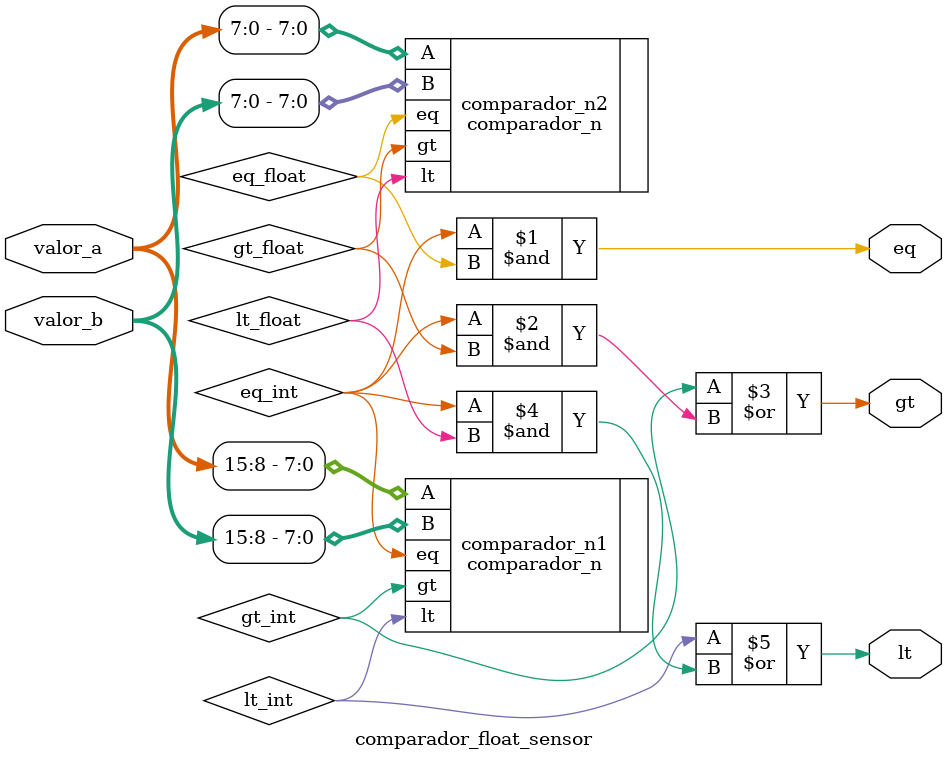
<source format=v>
module comparador_float_sensor (
  input [15:0] valor_a,
  input [15:0] valor_b,
  
  output eq,
  output gt,
  output lt

);

  wire eq_int, lt_int, gt_int;
  wire eq_float, lt_float, gt_float;

  comparador_n comparador_n1 (
    .A(valor_a[15:8]),
    .B(valor_b[15:8]),
    .eq(eq_int),
    .gt(gt_int),
    .lt(lt_int)
  );

  comparador_n comparador_n2 (
    .A(valor_a[7:0]),
    .B(valor_b[7:0]),
    .eq(eq_float),
    .gt(gt_float),
    .lt(lt_float)
  );

  assign eq = eq_int & eq_float;
  assign gt = gt_int | (eq_int & gt_float);
  assign lt = lt_int | (eq_int & lt_float);


endmodule
</source>
